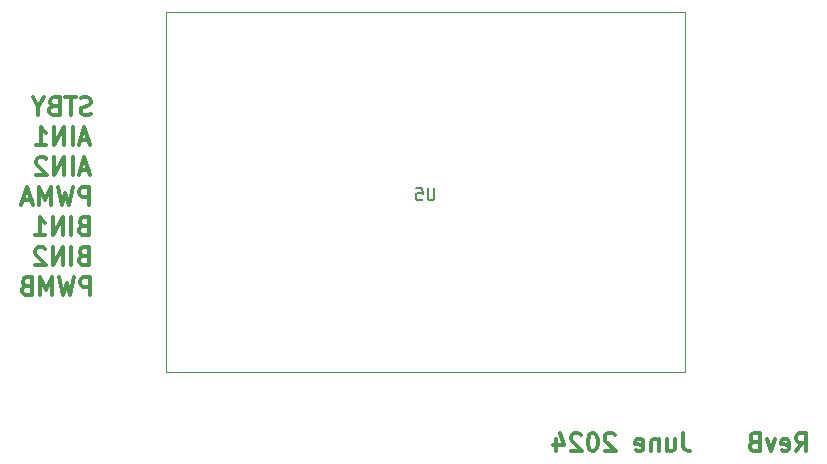
<source format=gbr>
G04 #@! TF.GenerationSoftware,KiCad,Pcbnew,(6.0.9-0)*
G04 #@! TF.CreationDate,2024-06-23T22:48:43+01:00*
G04 #@! TF.ProjectId,BalanceBoard,42616c61-6e63-4654-926f-6172642e6b69,rev?*
G04 #@! TF.SameCoordinates,Original*
G04 #@! TF.FileFunction,Legend,Bot*
G04 #@! TF.FilePolarity,Positive*
%FSLAX46Y46*%
G04 Gerber Fmt 4.6, Leading zero omitted, Abs format (unit mm)*
G04 Created by KiCad (PCBNEW (6.0.9-0)) date 2024-06-23 22:48:43*
%MOMM*%
%LPD*%
G01*
G04 APERTURE LIST*
%ADD10C,0.300000*%
%ADD11C,0.150000*%
%ADD12C,0.120000*%
G04 APERTURE END LIST*
D10*
X56705142Y-114978571D02*
X56705142Y-113478571D01*
X56133714Y-113478571D01*
X55990857Y-113550000D01*
X55919428Y-113621428D01*
X55848000Y-113764285D01*
X55848000Y-113978571D01*
X55919428Y-114121428D01*
X55990857Y-114192857D01*
X56133714Y-114264285D01*
X56705142Y-114264285D01*
X55348000Y-113478571D02*
X54990857Y-114978571D01*
X54705142Y-113907142D01*
X54419428Y-114978571D01*
X54062285Y-113478571D01*
X53490857Y-114978571D02*
X53490857Y-113478571D01*
X52990857Y-114550000D01*
X52490857Y-113478571D01*
X52490857Y-114978571D01*
X51276571Y-114192857D02*
X51062285Y-114264285D01*
X50990857Y-114335714D01*
X50919428Y-114478571D01*
X50919428Y-114692857D01*
X50990857Y-114835714D01*
X51062285Y-114907142D01*
X51205142Y-114978571D01*
X51776571Y-114978571D01*
X51776571Y-113478571D01*
X51276571Y-113478571D01*
X51133714Y-113550000D01*
X51062285Y-113621428D01*
X50990857Y-113764285D01*
X50990857Y-113907142D01*
X51062285Y-114050000D01*
X51133714Y-114121428D01*
X51276571Y-114192857D01*
X51776571Y-114192857D01*
X56106000Y-111652857D02*
X55891714Y-111724285D01*
X55820285Y-111795714D01*
X55748857Y-111938571D01*
X55748857Y-112152857D01*
X55820285Y-112295714D01*
X55891714Y-112367142D01*
X56034571Y-112438571D01*
X56606000Y-112438571D01*
X56606000Y-110938571D01*
X56106000Y-110938571D01*
X55963142Y-111010000D01*
X55891714Y-111081428D01*
X55820285Y-111224285D01*
X55820285Y-111367142D01*
X55891714Y-111510000D01*
X55963142Y-111581428D01*
X56106000Y-111652857D01*
X56606000Y-111652857D01*
X55106000Y-112438571D02*
X55106000Y-110938571D01*
X54391714Y-112438571D02*
X54391714Y-110938571D01*
X53534571Y-112438571D01*
X53534571Y-110938571D01*
X52891714Y-111081428D02*
X52820285Y-111010000D01*
X52677428Y-110938571D01*
X52320285Y-110938571D01*
X52177428Y-111010000D01*
X52106000Y-111081428D01*
X52034571Y-111224285D01*
X52034571Y-111367142D01*
X52106000Y-111581428D01*
X52963142Y-112438571D01*
X52034571Y-112438571D01*
X56106000Y-109112857D02*
X55891714Y-109184285D01*
X55820285Y-109255714D01*
X55748857Y-109398571D01*
X55748857Y-109612857D01*
X55820285Y-109755714D01*
X55891714Y-109827142D01*
X56034571Y-109898571D01*
X56606000Y-109898571D01*
X56606000Y-108398571D01*
X56106000Y-108398571D01*
X55963142Y-108470000D01*
X55891714Y-108541428D01*
X55820285Y-108684285D01*
X55820285Y-108827142D01*
X55891714Y-108970000D01*
X55963142Y-109041428D01*
X56106000Y-109112857D01*
X56606000Y-109112857D01*
X55106000Y-109898571D02*
X55106000Y-108398571D01*
X54391714Y-109898571D02*
X54391714Y-108398571D01*
X53534571Y-109898571D01*
X53534571Y-108398571D01*
X52034571Y-109898571D02*
X52891714Y-109898571D01*
X52463142Y-109898571D02*
X52463142Y-108398571D01*
X52606000Y-108612857D01*
X52748857Y-108755714D01*
X52891714Y-108827142D01*
X56598000Y-107358571D02*
X56598000Y-105858571D01*
X56026571Y-105858571D01*
X55883714Y-105930000D01*
X55812285Y-106001428D01*
X55740857Y-106144285D01*
X55740857Y-106358571D01*
X55812285Y-106501428D01*
X55883714Y-106572857D01*
X56026571Y-106644285D01*
X56598000Y-106644285D01*
X55240857Y-105858571D02*
X54883714Y-107358571D01*
X54598000Y-106287142D01*
X54312285Y-107358571D01*
X53955142Y-105858571D01*
X53383714Y-107358571D02*
X53383714Y-105858571D01*
X52883714Y-106930000D01*
X52383714Y-105858571D01*
X52383714Y-107358571D01*
X51740857Y-106930000D02*
X51026571Y-106930000D01*
X51883714Y-107358571D02*
X51383714Y-105858571D01*
X50883714Y-107358571D01*
X56570285Y-104390000D02*
X55856000Y-104390000D01*
X56713142Y-104818571D02*
X56213142Y-103318571D01*
X55713142Y-104818571D01*
X55213142Y-104818571D02*
X55213142Y-103318571D01*
X54498857Y-104818571D02*
X54498857Y-103318571D01*
X53641714Y-104818571D01*
X53641714Y-103318571D01*
X52998857Y-103461428D02*
X52927428Y-103390000D01*
X52784571Y-103318571D01*
X52427428Y-103318571D01*
X52284571Y-103390000D01*
X52213142Y-103461428D01*
X52141714Y-103604285D01*
X52141714Y-103747142D01*
X52213142Y-103961428D01*
X53070285Y-104818571D01*
X52141714Y-104818571D01*
X56570285Y-101850000D02*
X55856000Y-101850000D01*
X56713142Y-102278571D02*
X56213142Y-100778571D01*
X55713142Y-102278571D01*
X55213142Y-102278571D02*
X55213142Y-100778571D01*
X54498857Y-102278571D02*
X54498857Y-100778571D01*
X53641714Y-102278571D01*
X53641714Y-100778571D01*
X52141714Y-102278571D02*
X52998857Y-102278571D01*
X52570285Y-102278571D02*
X52570285Y-100778571D01*
X52713142Y-100992857D01*
X52856000Y-101135714D01*
X52998857Y-101207142D01*
X56748857Y-99667142D02*
X56534571Y-99738571D01*
X56177428Y-99738571D01*
X56034571Y-99667142D01*
X55963142Y-99595714D01*
X55891714Y-99452857D01*
X55891714Y-99310000D01*
X55963142Y-99167142D01*
X56034571Y-99095714D01*
X56177428Y-99024285D01*
X56463142Y-98952857D01*
X56606000Y-98881428D01*
X56677428Y-98810000D01*
X56748857Y-98667142D01*
X56748857Y-98524285D01*
X56677428Y-98381428D01*
X56606000Y-98310000D01*
X56463142Y-98238571D01*
X56106000Y-98238571D01*
X55891714Y-98310000D01*
X55463142Y-98238571D02*
X54606000Y-98238571D01*
X55034571Y-99738571D02*
X55034571Y-98238571D01*
X53606000Y-98952857D02*
X53391714Y-99024285D01*
X53320285Y-99095714D01*
X53248857Y-99238571D01*
X53248857Y-99452857D01*
X53320285Y-99595714D01*
X53391714Y-99667142D01*
X53534571Y-99738571D01*
X54106000Y-99738571D01*
X54106000Y-98238571D01*
X53606000Y-98238571D01*
X53463142Y-98310000D01*
X53391714Y-98381428D01*
X53320285Y-98524285D01*
X53320285Y-98667142D01*
X53391714Y-98810000D01*
X53463142Y-98881428D01*
X53606000Y-98952857D01*
X54106000Y-98952857D01*
X52320285Y-99024285D02*
X52320285Y-99738571D01*
X52820285Y-98238571D02*
X52320285Y-99024285D01*
X51820285Y-98238571D01*
X116465714Y-128186571D02*
X116965714Y-127472285D01*
X117322857Y-128186571D02*
X117322857Y-126686571D01*
X116751428Y-126686571D01*
X116608571Y-126758000D01*
X116537142Y-126829428D01*
X116465714Y-126972285D01*
X116465714Y-127186571D01*
X116537142Y-127329428D01*
X116608571Y-127400857D01*
X116751428Y-127472285D01*
X117322857Y-127472285D01*
X115251428Y-128115142D02*
X115394285Y-128186571D01*
X115680000Y-128186571D01*
X115822857Y-128115142D01*
X115894285Y-127972285D01*
X115894285Y-127400857D01*
X115822857Y-127258000D01*
X115680000Y-127186571D01*
X115394285Y-127186571D01*
X115251428Y-127258000D01*
X115180000Y-127400857D01*
X115180000Y-127543714D01*
X115894285Y-127686571D01*
X114680000Y-127186571D02*
X114322857Y-128186571D01*
X113965714Y-127186571D01*
X112894285Y-127400857D02*
X112680000Y-127472285D01*
X112608571Y-127543714D01*
X112537142Y-127686571D01*
X112537142Y-127900857D01*
X112608571Y-128043714D01*
X112680000Y-128115142D01*
X112822857Y-128186571D01*
X113394285Y-128186571D01*
X113394285Y-126686571D01*
X112894285Y-126686571D01*
X112751428Y-126758000D01*
X112680000Y-126829428D01*
X112608571Y-126972285D01*
X112608571Y-127115142D01*
X112680000Y-127258000D01*
X112751428Y-127329428D01*
X112894285Y-127400857D01*
X113394285Y-127400857D01*
X106894285Y-126686571D02*
X106894285Y-127758000D01*
X106965714Y-127972285D01*
X107108571Y-128115142D01*
X107322857Y-128186571D01*
X107465714Y-128186571D01*
X105537142Y-127186571D02*
X105537142Y-128186571D01*
X106180000Y-127186571D02*
X106180000Y-127972285D01*
X106108571Y-128115142D01*
X105965714Y-128186571D01*
X105751428Y-128186571D01*
X105608571Y-128115142D01*
X105537142Y-128043714D01*
X104822857Y-127186571D02*
X104822857Y-128186571D01*
X104822857Y-127329428D02*
X104751428Y-127258000D01*
X104608571Y-127186571D01*
X104394285Y-127186571D01*
X104251428Y-127258000D01*
X104180000Y-127400857D01*
X104180000Y-128186571D01*
X102894285Y-128115142D02*
X103037142Y-128186571D01*
X103322857Y-128186571D01*
X103465714Y-128115142D01*
X103537142Y-127972285D01*
X103537142Y-127400857D01*
X103465714Y-127258000D01*
X103322857Y-127186571D01*
X103037142Y-127186571D01*
X102894285Y-127258000D01*
X102822857Y-127400857D01*
X102822857Y-127543714D01*
X103537142Y-127686571D01*
X101108571Y-126829428D02*
X101037142Y-126758000D01*
X100894285Y-126686571D01*
X100537142Y-126686571D01*
X100394285Y-126758000D01*
X100322857Y-126829428D01*
X100251428Y-126972285D01*
X100251428Y-127115142D01*
X100322857Y-127329428D01*
X101180000Y-128186571D01*
X100251428Y-128186571D01*
X99322857Y-126686571D02*
X99180000Y-126686571D01*
X99037142Y-126758000D01*
X98965714Y-126829428D01*
X98894285Y-126972285D01*
X98822857Y-127258000D01*
X98822857Y-127615142D01*
X98894285Y-127900857D01*
X98965714Y-128043714D01*
X99037142Y-128115142D01*
X99180000Y-128186571D01*
X99322857Y-128186571D01*
X99465714Y-128115142D01*
X99537142Y-128043714D01*
X99608571Y-127900857D01*
X99680000Y-127615142D01*
X99680000Y-127258000D01*
X99608571Y-126972285D01*
X99537142Y-126829428D01*
X99465714Y-126758000D01*
X99322857Y-126686571D01*
X98251428Y-126829428D02*
X98180000Y-126758000D01*
X98037142Y-126686571D01*
X97680000Y-126686571D01*
X97537142Y-126758000D01*
X97465714Y-126829428D01*
X97394285Y-126972285D01*
X97394285Y-127115142D01*
X97465714Y-127329428D01*
X98322857Y-128186571D01*
X97394285Y-128186571D01*
X96108571Y-127186571D02*
X96108571Y-128186571D01*
X96465714Y-126615142D02*
X96822857Y-127686571D01*
X95894285Y-127686571D01*
D11*
X85851904Y-105928380D02*
X85851904Y-106737904D01*
X85804285Y-106833142D01*
X85756666Y-106880761D01*
X85661428Y-106928380D01*
X85470952Y-106928380D01*
X85375714Y-106880761D01*
X85328095Y-106833142D01*
X85280476Y-106737904D01*
X85280476Y-105928380D01*
X84328095Y-105928380D02*
X84804285Y-105928380D01*
X84851904Y-106404571D01*
X84804285Y-106356952D01*
X84709047Y-106309333D01*
X84470952Y-106309333D01*
X84375714Y-106356952D01*
X84328095Y-106404571D01*
X84280476Y-106499809D01*
X84280476Y-106737904D01*
X84328095Y-106833142D01*
X84375714Y-106880761D01*
X84470952Y-106928380D01*
X84709047Y-106928380D01*
X84804285Y-106880761D01*
X84851904Y-106833142D01*
D12*
X107090000Y-90976000D02*
X63090000Y-90976000D01*
X63090000Y-90976000D02*
X63090000Y-121476000D01*
X63090000Y-121476000D02*
X107090000Y-121476000D01*
X107090000Y-121476000D02*
X107090000Y-90976000D01*
M02*

</source>
